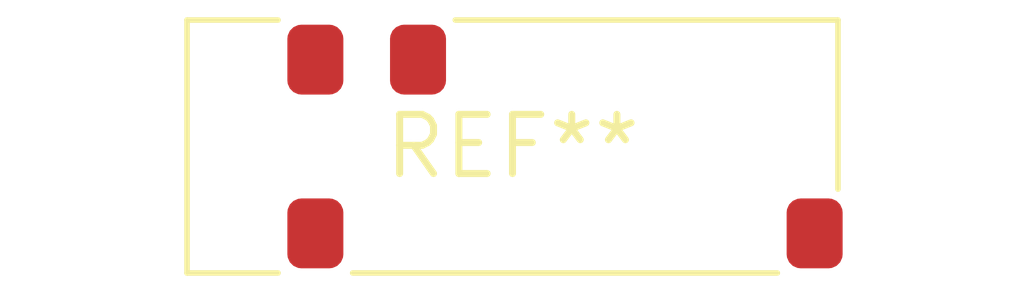
<source format=kicad_pcb>
(kicad_pcb (version 20240108) (generator pcbnew)
  (layers (0 "F.Cu" signal) (31 "B.Cu" signal) (34 "B.Paste" user) (35 "F.Paste" user) (36 "B.SilkS" user "B.Silkscreen") (37 "F.SilkS" user "F.Silkscreen") (38 "B.Mask" user) (39 "F.Mask" user) (44 "Edge.Cuts" user))
  (net 0 "")
  (footprint "Abracon_PRO-OB-440" (layer "F.Cu") (at 0 0)
    (property "Reference" "REF**")
    (property "Value" "Abracon_PRO-OB-440")
    (fp_line (start -6.975 -2.715) (end -6.975 2.715) (layer "F.SilkS") (stroke (width 0.12)))
    (fp_line (start -6.975 2.715) (end -5.025 2.715) (layer "F.SilkS") (stroke (width 0.12)))
    (fp_line (start -5.025 -2.715) (end -6.975 -2.715) (layer "F.SilkS") (stroke (width 0.12)))
    (fp_line (start -3.425 2.715) (end 5.675 2.715) (layer "F.SilkS") (stroke (width 0.12)))
    (fp_line (start -1.225 -2.715) (end 6.975 -2.715) (layer "F.SilkS") (stroke (width 0.12)))
    (fp_line (start 6.975 -2.715) (end 6.975 0.915) (layer "F.SilkS") (stroke (width 0.12)))
    (pad "1" smd roundrect (at -2.025 -1.865) (size 1.2 1.5) (layers "F.Cu" "F.Paste" "F.Mask"))
    (pad "2" smd roundrect (at -4.225 -1.865) (size 1.2 1.5) (layers "F.Cu" "F.Paste" "F.Mask"))
    (pad "3" smd roundrect (at -4.225 1.865) (size 1.2 1.5) (layers "F.Cu" "F.Paste" "F.Mask"))
    (pad "4" smd roundrect (at 6.475 1.865) (size 1.2 1.5) (layers "F.Cu" "F.Paste" "F.Mask"))
  )
)
</source>
